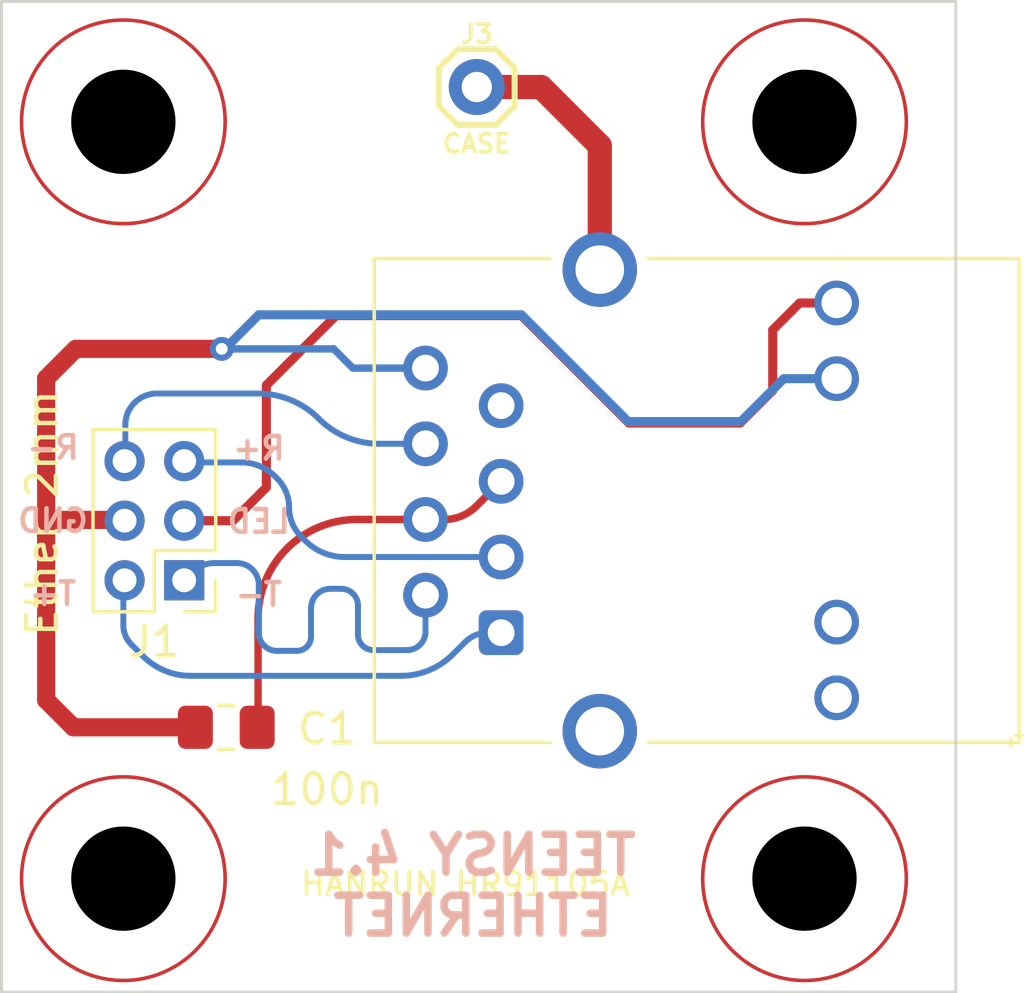
<source format=kicad_pcb>
(kicad_pcb (version 20211014) (generator pcbnew)
  (layers (0 "F.Cu" signal) (31 "B.Cu" signal) (34 "B.Paste" user) (35 "F.Paste" user) (36 "B.SilkS" user "B.Silkscreen") (37 "F.SilkS" user "F.Silkscreen") (38 "B.Mask" user) (39 "F.Mask" user) (44 "Edge.Cuts" user))
  (net 0 "")
  (net 1 "/CASE")
  (net 2 "/LEDY_A")
  (net 3 "/LEDG_K")
  (net 4 "/LEDG_A")
  (net 5 "/T+")
  (net 6 "/T-")
  (net 7 "/R+")
  (net 8 "/RC")
  (net 9 "/R-")
  (net 10 "GND")
  (footprint "Connectors:1X01" (layer "F.Cu") (at 123.6218 73.7616)
    (fp_text reference "J3" (at 0 -1.778) (layer "F.SilkS") (effects (font (size 0.6096 0.6096) (thickness 0.127))))
    (fp_text value "CASE" (at 0 1.905) (layer "F.SilkS") (effects (font (size 0.6096 0.6096) (thickness 0.127))))
    (fp_line (start -0.635 -1.27) (end -1.27 -0.635) (layer "F.SilkS") (width 0.2032))
    (fp_line (start -1.27 0.635) (end -0.635 1.27) (layer "F.SilkS") (width 0.2032))
    (fp_line (start 1.27 -0.635) (end 0.635 -1.27) (layer "F.SilkS") (width 0.2032))
    (fp_line (start -1.27 -0.635) (end -1.27 0.635) (layer "F.SilkS") (width 0.2032))
    (fp_line (start 0.635 -1.27) (end -0.635 -1.27) (layer "F.SilkS") (width 0.2032))
    (fp_line (start 0.635 1.27) (end 1.27 0.635) (layer "F.SilkS") (width 0.2032))
    (fp_line (start 1.27 0.635) (end 1.27 -0.635) (layer "F.SilkS") (width 0.2032))
    (fp_line (start -0.635 1.27) (end 0.635 1.27) (layer "F.SilkS") (width 0.2032))
    (pad "1" thru_hole circle locked (at 0 0) (size 1.8796 1.8796) (drill 1.016) (layers *.Cu *.Mask) (net 1 "/CASE"))
  )
  (footprint "Connector_RJ:RJ45_Hanrun_HR911105A" (layer "F.Cu") (at 124.44 92.075 90)
    (fp_text reference "J2" hide)
    (fp_text value "HANRUN HR91105A" (at -8.4328 -1.1992 180) (layer "F.SilkS") (effects (font (size 0.762 0.762) (thickness 0.127))))
    (fp_line (start -3.46 17.26) (end -3.46 17.51) (layer "F.SilkS") (width 0.12))
    (fp_line (start -3.68 4.93) (end -3.68 17.38) (layer "F.SilkS") (width 0.12))
    (fp_line (start 12.56 4.93) (end 12.56 17.38) (layer "F.SilkS") (width 0.12))
    (fp_line (start -3.68 -4.26) (end 12.56 -4.26) (layer "F.SilkS") (width 0.12))
    (fp_line (start -3.68 -4.26) (end -3.68 1.65) (layer "F.SilkS") (width 0.12))
    (fp_line (start -3.56 17.11) (end -3.81 17.11) (layer "F.SilkS") (width 0.12))
    (fp_line (start 12.56 -4.26) (end 12.56 1.65) (layer "F.SilkS") (width 0.12))
    (fp_line (start 12.56 17.38) (end -3.68 17.38) (layer "F.SilkS") (width 0.12))
    (pad "" np_thru_hole circle (at 10.155 6.36 90) (size 3.25 3.25) (drill 3.25) (layers *.Cu *.Mask))
    (pad "" np_thru_hole circle (at -1.275 6.36 90) (size 3.25 3.25) (drill 3.25) (layers *.Cu *.Mask))
    (pad "1" thru_hole roundrect (at 0 0 90) (size 1.5 1.5) (drill 0.9) (layers *.Cu *.Mask) (roundrect_rratio 0.167) (net 5 "/T+"))
    (pad "2" thru_hole circle (at 1.26 -2.54 90) (size 1.5 1.5) (drill 0.9) (layers *.Cu *.Mask) (net 6 "/T-"))
    (pad "3" thru_hole circle (at 2.54 0 90) (size 1.5 1.5) (drill 0.9) (layers *.Cu *.Mask) (net 7 "/R+"))
    (pad "4" thru_hole circle (at 3.8 -2.54 90) (size 1.5 1.5) (drill 0.9) (layers *.Cu *.Mask) (net 8 "/RC"))
    (pad "5" thru_hole circle (at 5.08 0 90) (size 1.5 1.5) (drill 0.9) (layers *.Cu *.Mask) (net 8 "/RC"))
    (pad "6" thru_hole circle (at 6.34 -2.54 180) (size 1.5 1.5) (drill 0.9) (layers *.Cu *.Mask) (net 9 "/R-"))
    (pad "7" thru_hole circle (at 7.62 0 90) (size 1.5 1.5) (drill 0.9) (layers *.Cu *.Mask))
    (pad "8" thru_hole circle (at 8.88 -2.54 90) (size 1.5 1.5) (drill 0.9) (layers *.Cu *.Mask) (net 10 "GND"))
    (pad "9" thru_hole circle (at -2.185 11.26 90) (size 1.5 1.5) (drill 1.02) (layers *.Cu *.Mask) (net 3 "/LEDG_K"))
    (pad "10" thru_hole circle (at 0.355 11.26 90) (size 1.5 1.5) (drill 1.02) (layers *.Cu *.Mask) (net 4 "/LEDG_A"))
    (pad "11" thru_hole circle (at 8.525 11.26 90) (size 1.5 1.5) (drill 1.02) (layers *.Cu *.Mask) (net 10 "GND"))
    (pad "12" thru_hole circle (at 11.065 11.26 90) (size 1.5 1.5) (drill 1.02) (layers *.Cu *.Mask) (net 2 "/LEDY_A"))
    (pad "SH" thru_hole circle (at 12.185 3.31 90) (size 2.5 2.5) (drill 1.63) (layers *.Cu *.Mask) (net 1 "/CASE"))
    (pad "SH" thru_hole circle (at -3.305 3.31 90) (size 2.5 2.5) (drill 1.63) (layers *.Cu *.Mask) (net 1 "/CASE"))
  )
  (footprint "Connector_PinHeader_2.00mm:PinHeader_2x03_P2.00mm_Vertical" (layer "F.Cu") (at 113.8014 90.3158 180)
    (fp_text reference "J1" (at 1 -2.06) (layer "F.SilkS"))
    (fp_text value "Ether 2mm" (at 4.7592 2.254 90) (layer "F.SilkS"))
    (fp_line (start -1.06 5.06) (end 3.06 5.06) (layer "F.SilkS") (width 0.12))
    (fp_line (start -1.06 1) (end -1.06 5.06) (layer "F.SilkS") (width 0.12))
    (fp_line (start 1 -1.06) (end 3.06 -1.06) (layer "F.SilkS") (width 0.12))
    (fp_line (start -1.06 0) (end -1.06 -1.06) (layer "F.SilkS") (width 0.12))
    (fp_line (start -1.06 1) (end 1 1) (layer "F.SilkS") (width 0.12))
    (fp_line (start -1.06 -1.06) (end 0 -1.06) (layer "F.SilkS") (width 0.12))
    (fp_line (start 1 1) (end 1 -1.06) (layer "F.SilkS") (width 0.12))
    (fp_line (start 3.06 -1.06) (end 3.06 5.06) (layer "F.SilkS") (width 0.12))
    (pad "1" thru_hole rect (at 0 0 180) (size 1.35 1.35) (drill 0.8) (layers *.Cu *.Mask) (net 6 "/T-"))
    (pad "2" thru_hole oval (at 2 0 180) (size 1.35 1.35) (drill 0.8) (layers *.Cu *.Mask) (net 5 "/T+"))
    (pad "3" thru_hole oval (at 0 2 180) (size 1.35 1.35) (drill 0.8) (layers *.Cu *.Mask) (net 2 "/LEDY_A"))
    (pad "4" thru_hole oval (at 2 2 180) (size 1.35 1.35) (drill 0.8) (layers *.Cu *.Mask) (net 10 "GND"))
    (pad "5" thru_hole oval (at 0 4 180) (size 1.35 1.35) (drill 0.8) (layers *.Cu *.Mask) (net 7 "/R+"))
    (pad "6" thru_hole oval (at 2 4 180) (size 1.35 1.35) (drill 0.8) (layers *.Cu *.Mask) (net 9 "/R-"))
  )
  (footprint "Capacitor_SMD:C_0805_2012Metric_Pad1.18x1.45mm_HandSolder" (layer "F.Cu") (at 115.2144 95.25 180)
    (fp_text reference "C1" (at -3.3782 -0.0508) (layer "F.SilkS"))
    (fp_text value "100n" (at -3.3782 -2.0828) (layer "F.SilkS"))
    (fp_line (start -0.261252 -0.735) (end 0.261252 -0.735) (layer "F.SilkS") (width 0.12))
    (fp_line (start -0.261252 0.735) (end 0.261252 0.735) (layer "F.SilkS") (width 0.12))
    (pad "1" smd roundrect (at -1.0375 0 180) (size 1.175 1.45) (layers "F.Cu" "F.Paste" "F.Mask") (roundrect_rratio 0.2127659574) (net 8 "/RC"))
    (pad "2" smd roundrect (at 1.0375 0 180) (size 1.175 1.45) (layers "F.Cu" "F.Paste" "F.Mask") (roundrect_rratio 0.2127659574) (net 10 "GND"))
  )
  (footprint "RP:MountingHole_3.5mm" (layer "F.Cu") (at 111.76 100.33)
    (fp_text reference "H3" hide)
    (fp_text value "MountingHole" hide)
    (fp_circle (center 0 0) (end 3.417222 0) (layer "F.Cu") (width 0.12) (fill none))
    (pad "" np_thru_hole circle (at 0 0) (size 3.500001 3.500001) (drill 3.500001) (layers *.Mask))
  )
  (footprint "RP:MountingHole_3.5mm" (layer "F.Cu") (at 111.76 74.93)
    (fp_text reference "H4" hide)
    (fp_text value "MountingHole" hide)
    (fp_circle (center 0 0) (end 3.417222 0) (layer "F.Cu") (width 0.12) (fill none))
    (pad "" np_thru_hole circle (at 0 0) (size 3.500001 3.500001) (drill 3.500001) (layers *.Mask))
  )
  (footprint "RP:MountingHole_3.5mm" (layer "F.Cu") (at 134.62 100.33)
    (fp_text reference "H2" hide)
    (fp_text value "MountingHole" hide)
    (fp_circle (center 0 0) (end 3.417222 0) (layer "F.Cu") (width 0.12) (fill none))
    (pad "" np_thru_hole circle (at 0 0) (size 3.500001 3.500001) (drill 3.500001) (layers *.Mask))
  )
  (footprint "RP:MountingHole_3.5mm" (layer "F.Cu") (at 134.62 74.93)
    (fp_text reference "H1" hide)
    (fp_text value "MountingHole" hide)
    (fp_circle (center 0 0) (end 3.417222 0) (layer "F.Cu") (width 0.12) (fill none))
    (pad "" np_thru_hole circle (at 0 0) (size 3.500001 3.500001) (drill 3.500001) (layers *.Mask))
  )
  (gr_rect locked (start 107.6706 70.8914) (end 139.7 104.14) (layer "Edge.Cuts") (width 0.1) (fill none))
  (gr_text "TEENSY 4.1\nETHERNET" (at 123.4948 100.5586) (layer "B.SilkS") (effects (font (size 1.27 1.27) (thickness 0.254)) (justify mirror)))
  (gr_text "R+\n\nLED\n\nT-" (at 116.3066 88.3412) (layer "B.SilkS") (effects (font (size 0.762 0.762) (thickness 0.1524)) (justify mirror)))
  (gr_text "R-\n\nGND\n\nT+" (at 109.3978 88.3158) (layer "B.SilkS") (effects (font (size 0.762 0.762) (thickness 0.1524)) (justify mirror)))
  (segment (start 125.7808 73.7616) (end 127.75 75.7308) (width 0.8128) (layer "F.Cu") (net 1))
  (segment (start 123.6218 73.7616) (end 125.7808 73.7616) (width 0.8128) (layer "F.Cu") (net 1))
  (segment (start 127.75 75.7308) (end 127.75 79.89) (width 0.8128) (layer "F.Cu") (net 1))
  (segment (start 133.5532 83.947) (end 132.461 85.0392) (width 0.3048) (layer "F.Cu") (net 2))
  (segment (start 116.5606 83.7692) (end 116.5606 87.1982) (width 0.3048) (layer "F.Cu") (net 2))
  (segment (start 134.4582 81.01) (end 133.5532 81.915) (width 0.3048) (layer "F.Cu") (net 2))
  (segment (start 125.1204 81.4324) (end 118.8974 81.4324) (width 0.3048) (layer "F.Cu") (net 2))
  (segment (start 135.7 81.01) (end 134.4582 81.01) (width 0.3048) (layer "F.Cu") (net 2))
  (segment (start 128.7272 85.0392) (end 125.1204 81.4324) (width 0.3048) (layer "F.Cu") (net 2))
  (segment (start 118.8974 81.4324) (end 116.5606 83.7692) (width 0.3048) (layer "F.Cu") (net 2))
  (segment (start 133.5532 81.915) (end 133.5532 83.947) (width 0.3048) (layer "F.Cu") (net 2))
  (segment (start 132.461 85.0392) (end 128.7272 85.0392) (width 0.3048) (layer "F.Cu") (net 2))
  (segment (start 116.5606 87.1982) (end 115.443 88.3158) (width 0.3048) (layer "F.Cu") (net 2))
  (segment (start 115.443 88.3158) (end 113.8268 88.3158) (width 0.3048) (layer "F.Cu") (net 2))
  (segment (start 123.229381 92.391218) (end 122.8217 92.7989) (width 0.2) (layer "B.Cu") (net 5))
  (segment (start 124.44 92.075) (end 123.9928 92.075) (width 0.2) (layer "B.Cu") (net 5))
  (segment (start 112.4204 92.8624) (end 112.029407 92.471407) (width 0.2) (layer "B.Cu") (net 5))
  (segment (start 111.76 90.3826) (end 111.8268 90.3158) (width 0.2) (layer "B.Cu") (net 5))
  (segment (start 121.07405 93.5228) (end 114.014746 93.5228) (width 0.2) (layer "B.Cu") (net 5))
  (segment (start 111.76 91.821) (end 111.76 90.3826) (width 0.2) (layer "B.Cu") (net 5))
  (arc (start 123.9928 92.075) (mid 123.57964 92.157182) (end 123.229381 92.391218) (width 0.2) (layer "B.Cu") (net 5))
  (arc (start 114.014746 93.5228) (mid 113.151892 93.351167) (end 112.4204 92.8624) (width 0.2) (layer "B.Cu") (net 5))
  (arc (start 122.8217 92.7989) (mid 122.019871 93.334664) (end 121.07405 93.5228) (width 0.2) (layer "B.Cu") (net 5))
  (arc (start 112.029407 92.471407) (mid 111.830016 92.172997) (end 111.76 91.821) (width 0.2) (layer "B.Cu") (net 5))
  (segment (start 118.0592 92.207634) (end 118.0592 91.252207) (width 0.2) (layer "B.Cu") (net 6))
  (segment (start 121.9 92.042934) (end 121.9 90.815) (width 0.2) (layer "B.Cu") (net 6))
  (segment (start 120.154326 92.6592) (end 121.283734 92.6592) (width 0.2) (layer "B.Cu") (net 6))
  (segment (start 114.1156 90.027) (end 113.8268 90.3158) (width 0.2) (layer "B.Cu") (net 6))
  (segment (start 115.569471 89.7382) (end 114.812824 89.7382) (width 0.2) (layer "B.Cu") (net 6))
  (segment (start 116.3066 90.475328) (end 116.3066 92.077552) (width 0.2) (layer "B.Cu") (net 6))
  (segment (start 119.634 91.165486) (end 119.634 92.138873) (width 0.2) (layer "B.Cu") (net 6))
  (segment (start 118.709607 90.6018) (end 119.070313 90.6018) (width 0.2) (layer "B.Cu") (net 6))
  (segment (start 116.913647 92.6846) (end 117.582234 92.6846) (width 0.2) (layer "B.Cu") (net 6))
  (arc (start 118.0592 91.252207) (mid 118.108709 91.003307) (end 118.2497 90.7923) (width 0.2) (layer "B.Cu") (net 6))
  (arc (start 119.4689 90.7669) (mid 119.591091 90.949772) (end 119.634 91.165486) (width 0.2) (layer "B.Cu") (net 6))
  (arc (start 121.7195 92.4787) (mid 121.853089 92.278768) (end 121.9 92.042934) (width 0.2) (layer "B.Cu") (net 6))
  (arc (start 117.9195 92.5449) (mid 118.022893 92.390161) (end 118.0592 92.207634) (width 0.2) (layer "B.Cu") (net 6))
  (arc (start 121.283734 92.6592) (mid 121.519568 92.612289) (end 121.7195 92.4787) (width 0.2) (layer "B.Cu") (net 6))
  (arc (start 119.634 92.138873) (mid 119.673607 92.337993) (end 119.7864 92.5068) (width 0.2) (layer "B.Cu") (net 6))
  (arc (start 116.0907 89.9541) (mid 115.851558 89.79431) (end 115.569471 89.7382) (width 0.2) (layer "B.Cu") (net 6))
  (arc (start 117.582234 92.6846) (mid 117.764761 92.648293) (end 117.9195 92.5449) (width 0.2) (layer "B.Cu") (net 6))
  (arc (start 116.4844 92.5068) (mid 116.68134 92.638391) (end 116.913647 92.6846) (width 0.2) (layer "B.Cu") (net 6))
  (arc (start 114.812824 89.7382) (mid 114.435489 89.813256) (end 114.1156 90.027) (width 0.2) (layer "B.Cu") (net 6))
  (arc (start 116.3066 92.077552) (mid 116.352808 92.309859) (end 116.4844 92.5068) (width 0.2) (layer "B.Cu") (net 6))
  (arc (start 119.070313 90.6018) (mid 119.286026 90.644708) (end 119.4689 90.7669) (width 0.2) (layer "B.Cu") (net 6))
  (arc (start 118.2497 90.7923) (mid 118.460707 90.651309) (end 118.709607 90.6018) (width 0.2) (layer "B.Cu") (net 6))
  (arc (start 119.7864 92.5068) (mid 119.955205 92.619592) (end 120.154326 92.6592) (width 0.2) (layer "B.Cu") (net 6))
  (arc (start 116.0907 89.9541) (mid 116.250489 90.193241) (end 116.3066 90.475328) (width 0.2) (layer "B.Cu") (net 6))
  (segment (start 115.718261 86.36) (end 114.9604 86.36) (width 0.2) (layer "B.Cu") (net 7))
  (segment (start 124.44 89.535) (end 119.187102 89.535) (width 0.2) (layer "B.Cu") (net 7))
  (segment (start 113.871 86.36) (end 113.8268 86.3158) (width 0.2) (layer "B.Cu") (net 7))
  (segment (start 114.9604 86.36) (end 113.871 86.36) (width 0.2) (layer "B.Cu") (net 7))
  (segment (start 116.918488 86.895688) (end 116.8527 86.8299) (width 0.2) (layer "B.Cu") (net 7))
  (segment (start 117.8687 88.9889) (end 117.726711 88.846911) (width 0.2) (layer "B.Cu") (net 7))
  (arc (start 117.3226 87.8713) (mid 117.217574 87.343302) (end 116.918488 86.895688) (width 0.2) (layer "B.Cu") (net 7))
  (arc (start 117.726711 88.846911) (mid 117.427625 88.399297) (end 117.3226 87.8713) (width 0.2) (layer "B.Cu") (net 7))
  (arc (start 116.8527 86.8299) (mid 116.332214 86.482123) (end 115.718261 86.36) (width 0.2) (layer "B.Cu") (net 7))
  (arc (start 119.187102 89.535) (mid 118.473587 89.393073) (end 117.8687 88.9889) (width 0.2) (layer "B.Cu") (net 7))
  (segment (start 122.53 88.275) (end 121.9 88.275) (width 0.25) (layer "F.Cu") (net 8))
  (segment (start 116.2812 91.596688) (end 116.2812 95.199981) (width 0.25) (layer "F.Cu") (net 8))
  (segment (start 119.602888 88.275) (end 121.9 88.275) (width 0.25) (layer "F.Cu") (net 8))
  (segment (start 123.605477 87.829522) (end 124.44 86.995) (width 0.25) (layer "F.Cu") (net 8))
  (segment (start 116.26655 95.23535) (end 116.2519 95.25) (width 0.25) (layer "F.Cu") (net 8))
  (arc (start 117.2541 89.2479) (mid 116.534048 90.325533) (end 116.2812 91.596688) (width 0.25) (layer "F.Cu") (net 8))
  (arc (start 119.602888 88.275) (mid 118.331733 88.527848) (end 117.2541 89.2479) (width 0.25) (layer "F.Cu") (net 8))
  (arc (start 116.2812 95.199981) (mid 116.277392 95.219122) (end 116.26655 95.23535) (width 0.25) (layer "F.Cu") (net 8))
  (arc (start 123.605477 87.829522) (mid 123.112044 88.159224) (end 122.53 88.275) (width 0.25) (layer "F.Cu") (net 8))
  (segment (start 111.76 86.36) (end 111.76 86.0425) (width 0.2) (layer "B.Cu") (net 9))
  (segment (start 114.9858 84.0486) (end 116.282535 84.0486) (width 0.2) (layer "B.Cu") (net 9))
  (segment (start 120.353864 85.735) (end 121.9 85.735) (width 0.2) (layer "B.Cu") (net 9))
  (segment (start 112.883499 84.0486) (end 114.9858 84.0486) (width 0.2) (layer "B.Cu") (net 9))
  (segment (start 111.8268 86.3158) (end 111.8042 86.3158) (width 0.2) (layer "B.Cu") (net 9))
  (segment (start 111.8268 86.3158) (end 111.8268 85.105299) (width 0.2) (layer "B.Cu") (net 9))
  (segment (start 111.8042 86.3158) (end 111.76 86.36) (width 0.2) (layer "B.Cu") (net 9))
  (arc (start 112.1363 84.3581) (mid 112.479117 84.129036) (end 112.883499 84.0486) (width 0.2) (layer "B.Cu") (net 9))
  (arc (start 116.282535 84.0486) (mid 117.384228 84.26774) (end 118.3182 84.8918) (width 0.2) (layer "B.Cu") (net 9))
  (arc (start 118.3182 84.8918) (mid 119.25217 85.515859) (end 120.353864 85.735) (width 0.2) (layer "B.Cu") (net 9))
  (arc (start 111.8268 85.105299) (mid 111.907236 84.700917) (end 112.1363 84.3581) (width 0.2) (layer "B.Cu") (net 9))
  (segment (start 110.0836 95.25) (end 109.1692 94.3356) (width 0.6096) (layer "F.Cu") (net 10))
  (segment (start 109.1692 88.9) (end 109.1692 88.3412) (width 0.6096) (layer "F.Cu") (net 10))
  (segment (start 111.8014 88.2904) (end 111.8268 88.3158) (width 0.6096) (layer "F.Cu") (net 10))
  (segment (start 115.062 82.55) (end 110.1598 82.55) (width 0.6096) (layer "F.Cu") (net 10))
  (segment (start 109.1692 83.5406) (end 109.1692 88.9) (width 0.6096) (layer "F.Cu") (net 10))
  (segment (start 114.1769 95.25) (end 110.0836 95.25) (width 0.6096) (layer "F.Cu") (net 10))
  (segment (start 109.1692 88.3412) (end 109.22 88.2904) (width 0.6096) (layer "F.Cu") (net 10))
  (segment (start 109.1692 94.3356) (end 109.1692 88.9) (width 0.6096) (layer "F.Cu") (net 10))
  (segment (start 109.22 88.2904) (end 111.8014 88.2904) (width 0.6096) (layer "F.Cu") (net 10))
  (segment (start 110.1598 82.55) (end 109.1692 83.5406) (width 0.6096) (layer "F.Cu") (net 10))
  (via (at 115.062 82.55) (size 0.8) (drill 0.4) (layers "F.Cu" "B.Cu") (net 10))
  (segment (start 133.9248 83.55) (end 132.4864 84.9884) (width 0.3048) (layer "B.Cu") (net 10))
  (segment (start 135.7 83.55) (end 133.9248 83.55) (width 0.3048) (layer "B.Cu") (net 10))
  (segment (start 128.7018 84.9884) (end 125.1204 81.407) (width 0.3048) (layer "B.Cu") (net 10))
  (segment (start 116.3066 81.407) (end 115.1636 82.55) (width 0.3048) (layer "B.Cu") (net 10))
  (segment (start 132.4864 84.9884) (end 128.7018 84.9884) (width 0.3048) (layer "B.Cu") (net 10))
  (segment (start 119.4639 83.195) (end 121.9 83.195) (width 0.25) (layer "B.Cu") (net 10))
  (segment (start 125.1204 81.407) (end 116.3066 81.407) (width 0.3048) (layer "B.Cu") (net 10))
  (segment (start 115.062 82.55) (end 118.8189 82.55) (width 0.25) (layer "B.Cu") (net 10))
  (segment (start 118.8189 82.55) (end 119.4639 83.195) (width 0.25) (layer "B.Cu") (net 10))
  (segment (start 115.1636 82.55) (end 115.062 82.55) (width 0.3048) (layer "B.Cu") (net 10))
)
</source>
